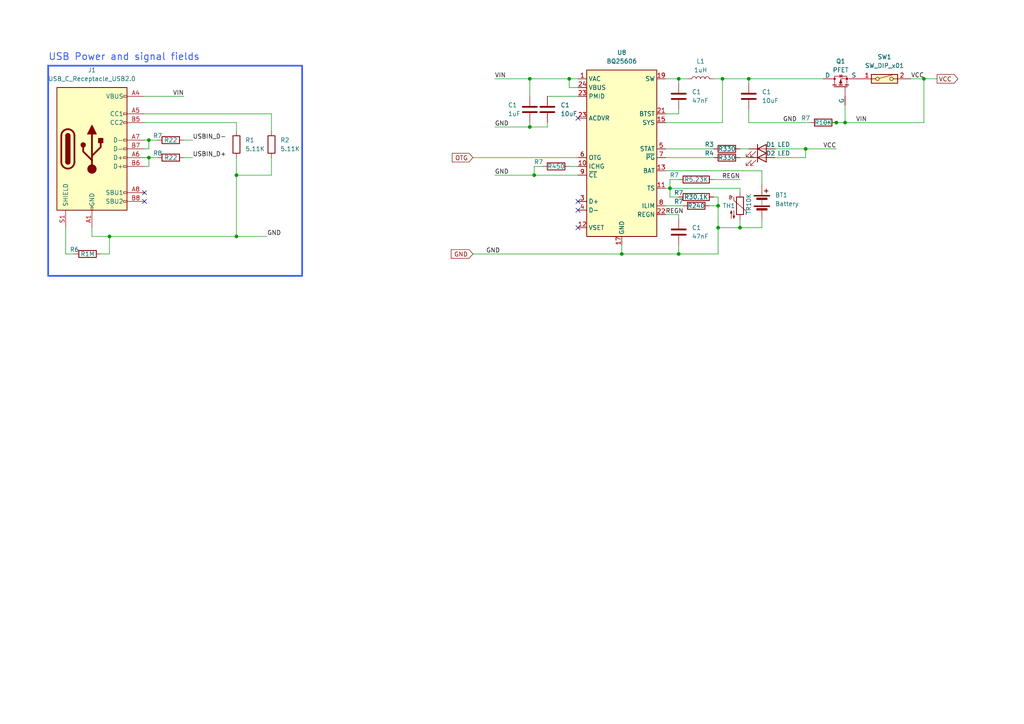
<source format=kicad_sch>
(kicad_sch (version 20230121) (generator eeschema)
  (paper "A4")
  (lib_symbols
    (symbol "Battery_Management:BQ25601"
      (property "Reference" "U8" (at 0 30.48 0))
      (property "Value" "BQ25606" (at 0 27.94 0))
      (symbol "BQ25601_0_1"
        (rectangle (start -10.16 25.4) (end 10.16 -22.86) (stroke (width 0.254)) (fill (type background)))
      )
      (symbol "BQ25601_1_1"
        (pin passive line (at -12.7 22.86 0) (length 2.54) (name "VAC") (number "1"))
        (pin open_collector line (at -12.7 -2.54 0) (length 2.54) (name "ICHG") (number "10"))
        (pin passive line (at 12.7 -8.89 180) (length 2.54) (name "TS") (number "11"))
        (pin passive line (at -12.7 -20.32 0) (length 2.54) (name "VSET") (number "12"))
        (pin power_in line (at 12.7 -3.81 180) (length 2.54) (name "BAT") (number "13"))
        (pin passive line (at 12.7 -3.81 180) (length 2.54) hide (name "BAT") (number "14"))
        (pin passive line (at 12.7 10.16 180) (length 2.54) (name "SYS") (number "15"))
        (pin passive line (at 12.7 10.16 180) (length 2.54) hide (name "SYS") (number "16"))
        (pin power_in line (at 0 -25.4 90) (length 2.54) (name "GND") (number "17"))
        (pin passive line (at 0 -25.4 90) (length 2.54) hide (name "GND") (number "18"))
        (pin passive line (at 12.7 22.86 180) (length 2.54) (name "SW") (number "19"))
        (pin passive line (at 12.7 22.86 180) (length 2.54) hide (name "SW") (number "20"))
        (pin input line (at 12.7 12.7 180) (length 2.54) (name "BTST") (number "21"))
        (pin passive line (at 12.7 -16.51 180) (length 2.54) (name "REGN") (number "22"))
        (pin passive line (at -12.7 11.43 0) (length 2.54) (name "ACDVR") (number "23"))
        (pin passive line (at -12.7 17.78 0) (length 2.54) (name "PMID") (number "23"))
        (pin passive line (at -12.7 20.32 0) (length 2.54) (name "VBUS") (number "24"))
        (pin passive line (at 0 -25.4 90) (length 2.54) hide (name "GND") (number "25"))
        (pin input line (at -12.7 -12.7 0) (length 2.54) (name "D+") (number "3"))
        (pin input line (at -12.7 -15.24 0) (length 2.54) (name "D-") (number "4"))
        (pin open_collector line (at 12.7 2.54 180) (length 2.54) (name "STAT") (number "5"))
        (pin input line (at -12.7 0 0) (length 2.54) (name "OTG") (number "6"))
        (pin open_collector line (at 12.7 0 180) (length 2.54) (name "~{PG}") (number "7"))
        (pin passive line (at 12.7 -13.97 180) (length 2.54) (name "ILIM") (number "8"))
        (pin input line (at -12.7 -5.08 0) (length 2.54) (name "~{CE}") (number "9"))
      )
    )
    (symbol "Connector:USB_C_Receptacle_USB2.0" (pin_names (offset 1.016))
      (property "Reference" "J" (at -10.16 19.05 0))
      (property "Value" "USB_C_Receptacle_USB2.0" (at 19.05 19.05 0))
      (symbol "USB_C_Receptacle_USB2.0_0_0"
        (rectangle (start -0.254 -17.78) (end 0.254 -16.764))
        (rectangle (start 10.16 -14.986) (end 9.144 -15.494))
        (rectangle (start 10.16 -12.446) (end 9.144 -12.954))
        (rectangle (start 10.16 -4.826) (end 9.144 -5.334))
        (rectangle (start 10.16 -2.286) (end 9.144 -2.794))
        (rectangle (start 10.16 0.254) (end 9.144 -0.254))
        (rectangle (start 10.16 2.794) (end 9.144 2.286))
        (rectangle (start 10.16 7.874) (end 9.144 7.366))
        (rectangle (start 10.16 10.414) (end 9.144 9.906))
        (rectangle (start 10.16 15.494) (end 9.144 14.986))
      )
      (symbol "USB_C_Receptacle_USB2.0_0_1"
        (rectangle (start -10.16 17.78) (end 10.16 -17.78) (stroke (width 0.254)) (fill (type background)))
        (arc (start -8.89 -3.81) (mid -6.985 -5.7067) (end -5.08 -3.81) (stroke (width 0.508)))
        (arc (start -7.62 -3.81) (mid -6.985 -4.4423) (end -6.35 -3.81) (stroke (width 0.254)))
        (arc (start -7.62 -3.81) (mid -6.985 -4.4423) (end -6.35 -3.81) (stroke (width 0.254)) (fill (type outline)))
        (rectangle (start -7.62 -3.81) (end -6.35 3.81) (stroke (width 0.254)) (fill (type outline)))
        (arc (start -6.35 3.81) (mid -6.985 4.4423) (end -7.62 3.81) (stroke (width 0.254)))
        (arc (start -6.35 3.81) (mid -6.985 4.4423) (end -7.62 3.81) (stroke (width 0.254)) (fill (type outline)))
        (arc (start -5.08 3.81) (mid -6.985 5.7067) (end -8.89 3.81) (stroke (width 0.508)))
        (circle (center -2.54 1.143) (radius 0.635) (stroke (width 0.254)) (fill (type outline)))
        (circle (center 0 -5.842) (radius 1.27) (fill (type outline)))
        (polyline (pts (xy -8.89 -3.81) (xy -8.89 3.81)) (stroke (width 0.508)))
        (polyline (pts (xy -5.08 3.81) (xy -5.08 -3.81)) (stroke (width 0.508)))
        (polyline (pts (xy 0 -5.842) (xy 0 4.318)) (stroke (width 0.508)))
        (polyline (pts (xy 0 -3.302) (xy -2.54 -0.762) (xy -2.54 0.508)) (stroke (width 0.508)))
        (polyline (pts (xy 0 -2.032) (xy 2.54 0.508) (xy 2.54 1.778)) (stroke (width 0.508)))
        (polyline (pts (xy -1.27 4.318) (xy 0 6.858) (xy 1.27 4.318) (xy -1.27 4.318)) (stroke (width 0.254)) (fill (type outline)))
        (rectangle (start 1.905 1.778) (end 3.175 3.048) (stroke (width 0.254)) (fill (type outline)))
      )
      (symbol "USB_C_Receptacle_USB2.0_1_1"
        (pin passive line (at 0 -22.86 90) (length 5.08) (name "GND") (number "A1"))
        (pin passive line (at 0 -22.86 90) (length 5.08) hide (name "GND") (number "A12"))
        (pin passive line (at 15.24 15.24 180) (length 5.08) (name "VBUS") (number "A4"))
        (pin bidirectional line (at 15.24 10.16 180) (length 5.08) (name "CC1") (number "A5"))
        (pin bidirectional line (at 15.24 -2.54 180) (length 5.08) (name "D+") (number "A6"))
        (pin bidirectional line (at 15.24 2.54 180) (length 5.08) (name "D-") (number "A7"))
        (pin bidirectional line (at 15.24 -12.7 180) (length 5.08) (name "SBU1") (number "A8"))
        (pin passive line (at 15.24 15.24 180) (length 5.08) hide (name "VBUS") (number "A9"))
        (pin passive line (at 0 -22.86 90) (length 5.08) hide (name "GND") (number "B1"))
        (pin passive line (at 0 -22.86 90) (length 5.08) hide (name "GND") (number "B12"))
        (pin passive line (at 15.24 15.24 180) (length 5.08) hide (name "VBUS") (number "B4"))
        (pin bidirectional line (at 15.24 7.62 180) (length 5.08) (name "CC2") (number "B5"))
        (pin bidirectional line (at 15.24 -5.08 180) (length 5.08) (name "D+") (number "B6"))
        (pin bidirectional line (at 15.24 0 180) (length 5.08) (name "D-") (number "B7"))
        (pin bidirectional line (at 15.24 -15.24 180) (length 5.08) (name "SBU2") (number "B8"))
        (pin passive line (at 15.24 15.24 180) (length 5.08) hide (name "VBUS") (number "B9"))
        (pin passive line (at -7.62 -22.86 90) (length 5.08) (name "SHIELD") (number "S1"))
      )
    )
    (symbol "Device:Battery" (pin_numbers hide) (pin_names (offset 0) hide)
      (property "Reference" "BT" (at 2.54 2.54 0))
      (property "Value" "Battery" (at 2.54 0 0))
      (symbol "Battery_0_1"
        (rectangle (start -2.286 -1.27) (end 2.286 -1.524) (fill (type outline)))
        (rectangle (start -2.286 1.778) (end 2.286 1.524) (fill (type outline)))
        (rectangle (start -1.524 -2.032) (end 1.524 -2.54) (fill (type outline)))
        (rectangle (start -1.524 1.016) (end 1.524 0.508) (fill (type outline)))
        (polyline (pts (xy 0 -1.016) (xy 0 -0.762)))
        (polyline (pts (xy 0 -0.508) (xy 0 -0.254)))
        (polyline (pts (xy 0 0) (xy 0 0.254)))
        (polyline (pts (xy 0 1.778) (xy 0 2.54)))
        (polyline (pts (xy 0.762 3.048) (xy 1.778 3.048)) (stroke (width 0.254)))
        (polyline (pts (xy 1.27 3.556) (xy 1.27 2.54)) (stroke (width 0.254)))
      )
      (symbol "Battery_1_1"
        (pin passive line (at 0 5.08 270) (length 2.54) (name "+") (number "1"))
        (pin passive line (at 0 -5.08 90) (length 2.54) (name "-") (number "2"))
      )
    )
    (symbol "Device:C" (pin_numbers hide) (pin_names (offset 0.254))
      (property "Reference" "C" (at 0.635 2.54 0))
      (property "Value" "C" (at 0.635 -2.54 0))
      (symbol "C_0_1"
        (polyline (pts (xy -2.032 -0.762) (xy 2.032 -0.762)) (stroke (width 0.508)))
        (polyline (pts (xy -2.032 0.762) (xy 2.032 0.762)) (stroke (width 0.508)))
      )
      (symbol "C_1_1"
        (pin passive line (at 0 3.81 270) (length 2.794) (name "~") (number "1"))
        (pin passive line (at 0 -3.81 90) (length 2.794) (name "~") (number "2"))
      )
    )
    (symbol "Device:L" (pin_numbers hide) (pin_names (offset 1.016) hide)
      (property "Reference" "L" (at -1.27 0 90))
      (property "Value" "L" (at 1.905 0 90))
      (symbol "L_0_1"
        (arc (start 0 -2.54) (mid 0.6323 -1.905) (end 0 -1.27))
        (arc (start 0 -1.27) (mid 0.6323 -0.635) (end 0 0))
        (arc (start 0 0) (mid 0.6323 0.635) (end 0 1.27))
        (arc (start 0 1.27) (mid 0.6323 1.905) (end 0 2.54))
      )
      (symbol "L_1_1"
        (pin passive line (at 0 3.81 270) (length 1.27) (name "1") (number "1"))
        (pin passive line (at 0 -3.81 90) (length 1.27) (name "2") (number "2"))
      )
    )
    (symbol "Device:LED" (pin_numbers hide) (pin_names (offset 1.016) hide)
      (property "Reference" "D" (at 0 2.54 0))
      (property "Value" "LED" (at 0 -2.54 0))
      (symbol "LED_0_1"
        (polyline (pts (xy -1.27 -1.27) (xy -1.27 1.27)) (stroke (width 0.254)))
        (polyline (pts (xy -1.27 0) (xy 1.27 0)))
        (polyline (pts (xy 1.27 -1.27) (xy 1.27 1.27) (xy -1.27 0) (xy 1.27 -1.27)) (stroke (width 0.254)))
        (polyline (pts (xy -3.048 -0.762) (xy -4.572 -2.286) (xy -3.81 -2.286) (xy -4.572 -2.286) (xy -4.572 -1.524)))
        (polyline (pts (xy -1.778 -0.762) (xy -3.302 -2.286) (xy -2.54 -2.286) (xy -3.302 -2.286) (xy -3.302 -1.524)))
      )
      (symbol "LED_1_1"
        (pin passive line (at -3.81 0 0) (length 2.54) (name "K") (number "1"))
        (pin passive line (at 3.81 0 180) (length 2.54) (name "A") (number "2"))
      )
    )
    (symbol "Device:R" (pin_numbers hide) (pin_names (offset 0))
      (property "Reference" "R" (at 2.032 0 90))
      (property "Value" "R" (at 0 0 90))
      (symbol "R_0_1"
        (rectangle (start -1.016 -2.54) (end 1.016 2.54) (stroke (width 0.254)))
      )
      (symbol "R_1_1"
        (pin passive line (at 0 3.81 270) (length 1.27) (name "~") (number "1"))
        (pin passive line (at 0 -3.81 90) (length 1.27) (name "~") (number "2"))
      )
    )
    (symbol "Device:Thermistor_NTC" (pin_numbers hide) (pin_names (offset 0))
      (property "Reference" "TH" (at -4.445 0 90))
      (property "Value" "Thermistor_NTC" (at 3.175 0 90))
      (symbol "Thermistor_NTC_0_1"
        (arc (start -3.048 2.159) (mid -3.0495 2.3143) (end -3.175 2.413))
        (arc (start -3.048 2.159) (mid -2.9736 1.9794) (end -2.794 1.905))
        (arc (start -3.048 2.794) (mid -2.9736 2.6144) (end -2.794 2.54))
        (arc (start -2.794 1.905) (mid -2.6144 1.9794) (end -2.54 2.159))
        (arc (start -2.794 2.54) (mid -2.4393 2.5587) (end -2.159 2.794))
        (arc (start -2.794 3.048) (mid -2.9736 2.9736) (end -3.048 2.794))
        (arc (start -2.54 2.794) (mid -2.6144 2.9736) (end -2.794 3.048))
        (rectangle (start -1.016 2.54) (end 1.016 -2.54) (stroke (width 0.254)))
        (polyline (pts (xy -2.54 2.159) (xy -2.54 2.794)))
        (polyline (pts (xy -1.778 2.54) (xy -1.778 1.524) (xy 1.778 -1.524) (xy 1.778 -2.54)))
        (polyline (pts (xy -2.54 -3.683) (xy -2.54 -1.397) (xy -2.794 -2.159) (xy -2.286 -2.159) (xy -2.54 -1.397) (xy -2.54 -1.651)) (fill (type outline)))
        (polyline (pts (xy -1.778 -1.397) (xy -1.778 -3.683) (xy -2.032 -2.921) (xy -1.524 -2.921) (xy -1.778 -3.683) (xy -1.778 -3.429)) (fill (type outline)))
      )
      (symbol "Thermistor_NTC_1_1"
        (pin passive line (at 0 3.81 270) (length 1.27) (name "~") (number "1"))
        (pin passive line (at 0 -3.81 90) (length 1.27) (name "~") (number "2"))
      )
    )
    (symbol "R_1" (pin_numbers hide) (pin_names (offset 0))
      (property "Reference" "R50" (at 1.27 6.35 90))
      (property "Value" "R5.23K" (at 0 0 90))
      (symbol "R_1_0_1"
        (rectangle (start -1.016 3.81) (end 1.016 -3.81) (stroke (width 0.254)))
      )
      (symbol "R_1_1_1"
        (pin passive line (at 0 5.08 270) (length 1.27) (name "~") (number "1"))
        (pin passive line (at 0 -5.08 90) (length 1.27) (name "~") (number "2"))
      )
    )
    (symbol "Simulation_SPICE:PMOS" (pin_numbers hide) (pin_names (offset 0))
      (property "Reference" "Q1" (at 8.89 0 90))
      (property "Value" "PFET" (at 6.35 0 90))
      (symbol "PMOS_0_1"
        (polyline (pts (xy 0.254 -1.27) (xy -2.54 -1.27)))
        (polyline (pts (xy 0.254 1.905) (xy 0.254 -1.905)) (stroke (width 0.254)))
        (polyline (pts (xy 0.762 -1.27) (xy 0.762 -2.286)) (stroke (width 0.254)))
        (polyline (pts (xy 0.762 0.508) (xy 0.762 -0.508)) (stroke (width 0.254)))
        (polyline (pts (xy 0.762 2.286) (xy 0.762 1.27)) (stroke (width 0.254)))
        (polyline (pts (xy 2.54 2.54) (xy 2.54 1.778)))
        (polyline (pts (xy 2.54 -2.54) (xy 2.54 0) (xy 0.762 0)))
        (polyline (pts (xy 0.762 1.778) (xy 3.302 1.778) (xy 3.302 -1.778) (xy 0.762 -1.778)))
        (polyline (pts (xy 2.286 0) (xy 1.27 0.381) (xy 1.27 -0.381) (xy 2.286 0)) (fill (type outline)))
        (polyline (pts (xy 2.794 -0.508) (xy 2.921 -0.381) (xy 3.683 -0.381) (xy 3.81 -0.254)))
        (polyline (pts (xy 3.302 -0.381) (xy 2.921 0.254) (xy 3.683 0.254) (xy 3.302 -0.381)))
        (circle (center 2.54 -1.778) (radius 0.254) (fill (type outline)))
        (circle (center 2.54 1.778) (radius 0.254) (fill (type outline)))
      )
      (symbol "PMOS_1_1"
        (pin passive line (at 2.54 5.08 270) (length 2.54) (name "D") (number "1"))
        (pin input line (at -5.08 -1.27 0) (length 2.54) (name "G") (number "2"))
        (pin passive line (at 2.54 -5.08 90) (length 2.54) (name "S") (number "3"))
      )
    )
    (symbol "Switch:SW_DIP_x01" (pin_names (offset 0) hide)
      (property "Reference" "SW1" (at 0 6.35 0))
      (property "Value" "SW_DIP_x01" (at 0 3.81 0))
      (symbol "SW_DIP_x01_0_0"
        (circle (center -2.032 0) (radius 0.508))
        (polyline (pts (xy -1.524 0.127) (xy 2.3622 1.1684)))
        (circle (center 2.032 0) (radius 0.508))
      )
      (symbol "SW_DIP_x01_0_1"
        (rectangle (start -3.81 1.27) (end 3.81 -1.27) (stroke (width 0.254)) (fill (type background)))
      )
      (symbol "SW_DIP_x01_1_1"
        (pin passive line (at -7.62 0 0) (length 5.08) (name "~") (number "1"))
        (pin passive line (at 7.62 0 180) (length 5.08) (name "~") (number "2"))
      )
    )
  )
  (junction (at 31.75 68.58))
  (junction (at 214.63 66.04))
  (junction (at 196.85 22.86))
  (junction (at 165.1 22.86))
  (junction (at 180.34 73.66))
  (junction (at 242.57 35.56))
  (junction (at 153.67 36.83))
  (junction (at 153.67 22.86))
  (junction (at 208.28 66.04))
  (junction (at 208.28 59.69))
  (junction (at 43.18 40.64))
  (junction (at 196.85 73.66))
  (junction (at 233.68 43.18))
  (junction (at 267.97 22.86))
  (junction (at 68.58 68.58))
  (junction (at 209.55 22.86))
  (junction (at 154.94 50.8))
  (junction (at 245.11 35.56))
  (junction (at 68.58 50.8))
  (junction (at 194.31 54.61))
  (junction (at 217.17 22.86))
  (junction (at 43.18 45.72))
  (no_connect (at 41.91 55.88))
  (no_connect (at 167.64 60.96))
  (no_connect (at 167.64 58.42))
  (no_connect (at 167.64 34.29))
  (no_connect (at 167.64 66.04))
  (no_connect (at 41.91 58.42))
  (wire (pts (xy 193.04 49.53) (xy 220.98 49.53)))
  (wire (pts (xy 165.1 48.26) (xy 167.64 48.26)))
  (wire (pts (xy 143.51 50.8) (xy 154.94 50.8)))
  (wire (pts (xy 207.01 52.07) (xy 214.63 52.07)))
  (wire (pts (xy 208.28 57.15) (xy 208.28 59.69)))
  (wire (pts (xy 167.64 25.4) (xy 165.1 25.4)))
  (wire (pts (xy 245.11 35.56) (xy 267.97 35.56)))
  (wire (pts (xy 137.16 45.72) (xy 167.64 45.72)))
  (wire (pts (xy 217.17 35.56) (xy 234.95 35.56)))
  (wire (pts (xy 19.05 73.66) (xy 21.59 73.66)))
  (wire (pts (xy 193.04 62.23) (xy 196.85 62.23)))
  (wire (pts (xy 167.64 27.94) (xy 158.75 27.94)))
  (wire (pts (xy 267.97 35.56) (xy 267.97 22.86)))
  (wire (pts (xy 41.91 48.26) (xy 43.18 48.26)))
  (wire (pts (xy 196.85 63.5) (xy 196.85 62.23)))
  (wire (pts (xy 68.58 35.56) (xy 68.58 38.1)))
  (wire (pts (xy 43.18 45.72) (xy 45.72 45.72)))
  (wire (pts (xy 158.75 35.56) (xy 158.75 36.83)))
  (wire (pts (xy 207.01 22.86) (xy 209.55 22.86)))
  (wire (pts (xy 194.31 57.15) (xy 194.31 54.61)))
  (wire (pts (xy 196.85 57.15) (xy 194.31 57.15)))
  (wire (pts (xy 41.91 45.72) (xy 43.18 45.72)))
  (wire (pts (xy 194.31 54.61) (xy 214.63 54.61)))
  (wire (pts (xy 220.98 49.53) (xy 220.98 53.34)))
  (wire (pts (xy 245.11 30.48) (xy 245.11 35.56)))
  (wire (pts (xy 214.63 66.04) (xy 208.28 66.04)))
  (wire (pts (xy 196.85 71.12) (xy 196.85 73.66)))
  (wire (pts (xy 153.67 36.83) (xy 158.75 36.83)))
  (wire (pts (xy 29.21 73.66) (xy 31.75 73.66)))
  (wire (pts (xy 209.55 35.56) (xy 209.55 22.86)))
  (wire (pts (xy 193.04 43.18) (xy 207.01 43.18)))
  (wire (pts (xy 153.67 22.86) (xy 153.67 27.94)))
  (wire (pts (xy 214.63 45.72) (xy 217.17 45.72)))
  (wire (pts (xy 153.67 22.86) (xy 165.1 22.86)))
  (wire (pts (xy 41.91 35.56) (xy 68.58 35.56)))
  (wire (pts (xy 214.63 63.5) (xy 214.63 66.04)))
  (wire (pts (xy 31.75 73.66) (xy 31.75 68.58)))
  (wire (pts (xy 78.74 45.72) (xy 78.74 50.8)))
  (wire (pts (xy 154.94 48.26) (xy 154.94 50.8)))
  (wire (pts (xy 41.91 40.64) (xy 43.18 40.64)))
  (wire (pts (xy 68.58 68.58) (xy 77.47 68.58)))
  (wire (pts (xy 180.34 73.66) (xy 196.85 73.66)))
  (wire (pts (xy 31.75 68.58) (xy 68.58 68.58)))
  (wire (pts (xy 53.34 45.72) (xy 55.88 45.72)))
  (wire (pts (xy 180.34 71.12) (xy 180.34 73.66)))
  (wire (pts (xy 193.04 35.56) (xy 209.55 35.56)))
  (wire (pts (xy 233.68 45.72) (xy 233.68 43.18)))
  (wire (pts (xy 196.85 52.07) (xy 194.31 52.07)))
  (wire (pts (xy 68.58 50.8) (xy 68.58 68.58)))
  (wire (pts (xy 26.67 66.04) (xy 26.67 68.58)))
  (wire (pts (xy 19.05 66.04) (xy 19.05 73.66)))
  (wire (pts (xy 143.51 36.83) (xy 153.67 36.83)))
  (wire (pts (xy 53.34 40.64) (xy 55.88 40.64)))
  (wire (pts (xy 196.85 22.86) (xy 199.39 22.86)))
  (wire (pts (xy 220.98 63.5) (xy 220.98 66.04)))
  (wire (pts (xy 193.04 22.86) (xy 196.85 22.86)))
  (wire (pts (xy 196.85 24.13) (xy 196.85 22.86)))
  (wire (pts (xy 137.16 73.66) (xy 180.34 73.66)))
  (wire (pts (xy 41.91 43.18) (xy 43.18 43.18)))
  (wire (pts (xy 242.57 35.56) (xy 245.11 35.56)))
  (wire (pts (xy 217.17 22.86) (xy 238.76 22.86)))
  (wire (pts (xy 193.04 33.02) (xy 196.85 33.02)))
  (wire (pts (xy 217.17 24.13) (xy 217.17 22.86)))
  (wire (pts (xy 233.68 43.18) (xy 242.57 43.18)))
  (wire (pts (xy 209.55 22.86) (xy 217.17 22.86)))
  (wire (pts (xy 153.67 35.56) (xy 153.67 36.83)))
  (wire (pts (xy 143.51 22.86) (xy 153.67 22.86)))
  (wire (pts (xy 208.28 73.66) (xy 196.85 73.66)))
  (wire (pts (xy 165.1 22.86) (xy 167.64 22.86)))
  (wire (pts (xy 68.58 45.72) (xy 68.58 50.8)))
  (wire (pts (xy 214.63 54.61) (xy 214.63 55.88)))
  (wire (pts (xy 196.85 33.02) (xy 196.85 31.75)))
  (wire (pts (xy 193.04 45.72) (xy 207.01 45.72)))
  (wire (pts (xy 154.94 50.8) (xy 167.64 50.8)))
  (wire (pts (xy 78.74 33.02) (xy 78.74 38.1)))
  (wire (pts (xy 165.1 25.4) (xy 165.1 22.86)))
  (wire (pts (xy 242.57 35.56) (xy 238.76 35.56)))
  (wire (pts (xy 43.18 43.18) (xy 43.18 40.64)))
  (wire (pts (xy 43.18 48.26) (xy 43.18 45.72)))
  (wire (pts (xy 224.79 45.72) (xy 233.68 45.72)))
  (wire (pts (xy 41.91 27.94) (xy 53.34 27.94)))
  (wire (pts (xy 205.74 59.69) (xy 208.28 59.69)))
  (wire (pts (xy 26.67 68.58) (xy 31.75 68.58)))
  (wire (pts (xy 208.28 59.69) (xy 208.28 66.04)))
  (wire (pts (xy 208.28 66.04) (xy 208.28 73.66)))
  (wire (pts (xy 220.98 66.04) (xy 214.63 66.04)))
  (wire (pts (xy 264.16 22.86) (xy 267.97 22.86)))
  (wire (pts (xy 157.48 48.26) (xy 154.94 48.26)))
  (wire (pts (xy 78.74 50.8) (xy 68.58 50.8)))
  (wire (pts (xy 207.01 57.15) (xy 208.28 57.15)))
  (wire (pts (xy 193.04 59.69) (xy 198.12 59.69)))
  (wire (pts (xy 194.31 52.07) (xy 194.31 54.61)))
  (wire (pts (xy 224.79 43.18) (xy 233.68 43.18)))
  (wire (pts (xy 214.63 43.18) (xy 217.17 43.18)))
  (wire (pts (xy 41.91 33.02) (xy 78.74 33.02)))
  (wire (pts (xy 217.17 31.75) (xy 217.17 35.56)))
  (wire (pts (xy 43.18 40.64) (xy 45.72 40.64)))
  (wire (pts (xy 193.04 54.61) (xy 194.31 54.61)))
  (wire (pts (xy 267.97 22.86) (xy 271.78 22.86)))
  (rectangle (start 13.97 19.05) (end 87.63 80.01) (stroke (width 0.5) (color 59 93 255 1)))
  (text "USB Power and signal fields" (at 13.97 17.78 0) (effects (font (size 2 2) (thickness 0.254) bold) (justify left bottom)))
  (label "GND" (at 77.47 68.58 0))
  (label "REGN" (at 214.63 52.07 180))
  (label "USBIN_D-" (at 55.88 40.64 0))
  (label "VCC" (at 242.57 43.18 180))
  (label "VIN" (at 53.34 27.94 180))
  (label "GND" (at 143.51 50.8 0))
  (label "VIN" (at 251.46 35.56 180))
  (label "VIN" (at 143.51 22.86 0))
  (label "GND" (at 140.97 73.66 0))
  (label "GND" (at 231.14 35.56 180))
  (label "USBIN_D+" (at 55.88 45.72 0))
  (label "VCC" (at 264.218 22.86 0))
  (label "REGN" (at 193.04 62.23 0))
  (label "GND" (at 143.51 36.83 0))
  (global_label "VCC" (shape output) (at 271.78 22.86 0) (property "Intersheetrefs" "${INTERSHEET_REFS}" (effects hide)))
  (global_label "GND" (shape input) (at 137.16 73.66 180) (property "Intersheetrefs" "${INTERSHEET_REFS}" (effects hide)))
  (global_label "OTG" (shape input) (at 137.16 45.72 180) (property "Intersheetrefs" "${INTERSHEET_REFS}" (effects hide)))
  (symbol (lib_id "Switch:SW_DIP_x01") (at 256.54 22.86 0) (unit 1)
    (property "Reference" "SW1" (at 256.54 16.51 0))
    (property "Value" "SW_DIP_x01" (at 256.54 19.05 0))
  )
  (symbol (lib_id "Battery_Management:BQ25601") (at 180.34 45.72 0) (unit 1)
    (property "Reference" "U8" (at 180.34 15.24 0))
    (property "Value" "BQ25606" (at 180.34 17.78 0))
    (property "Footprint" "Package_DFN_QFN:Texas_S-PWQFN-N24_EP2.7x2.7mm_ThermalVias" (effects hide))
    (property "Datasheet" "http://www.ti.com/lit/ds/symlink/bq25601.pdf" (effects hide))
  )
  (symbol (lib_id "Device:R") (at 161.29 48.26 90) (unit 1)
    (property "Reference" "R7" (at 156.21 46.99 90))
    (property "Value" "R450" (at 161.29 48.26 90))
    (property "Footprint" "Resistor_SMD:R_0402_1005Metric" (effects hide))
    (instances (project "keyboard" (path "" (reference "R7") (unit 1)) (path "" (reference "R39") (unit 1)) (path "" (reference "R46") (unit 1))))
  )
  (symbol (lib_id "Device:R") (at 68.58 41.91 0) (unit 1)
    (property "Reference" "R1" (at 71.12 40.64 0) (effects (justify left)))
    (property "Value" "5.11K" (at 71.12 43.18 0) (effects (justify left)))
    (property "Footprint" "Resistor_SMD:R_0402_1005Metric" (effects hide))
  )
  (symbol (lib_id "Device:LED") (at 220.98 45.72 0) (unit 1)
    (property "Reference" "D2" (at 223.52 44.45 0))
    (property "Value" "LED" (at 227.33 44.45 0))
    (property "Footprint" "LED_THT:LED_D3.0mm_Clear" (effects hide))
    (instances (project "keyboard" (path "" (reference "D2") (unit 1)) (path "" (reference "D5") (unit 1))))
  )
  (symbol (lib_id "Simulation_SPICE:PMOS") (at 243.84 25.4 90) (unit 1)
    (property "Reference" "Q1" (at 243.84 17.78 90))
    (property "Value" "PFET" (at 243.84 20.32 90))
    (property "Datasheet" "https://ngspice.sourceforge.io/docs/ngspice-manual.pdf" (effects hide))
    (property "Sim.Device" "PMOS" (effects hide))
    (property "Sim.Type" "VDMOS" (effects hide))
    (property "Sim.Pins" "1=D 2=G 3=S" (effects hide))
  )
  (symbol (lib_id "Device:Battery") (at 220.98 58.42 0) (unit 1)
    (property "Reference" "BT1" (at 224.79 56.5785 0) (effects (justify left)))
    (property "Value" "Battery" (at 224.79 59.1185 0) (effects (justify left)))
  )
  (symbol (lib_id "Device:R") (at 25.4 73.66 90) (unit 1)
    (property "Reference" "R6" (at 21.59 72.39 90))
    (property "Value" "R1M" (at 25.4 73.66 90))
    (property "Footprint" "Resistor_SMD:R_0603_1608Metric" (effects hide))
  )
  (symbol (lib_id "Device:R") (at 49.53 45.72 90) (unit 1)
    (property "Reference" "R8" (at 45.72 44.45 90))
    (property "Value" "R22" (at 49.53 45.72 90))
    (property "Footprint" "Resistor_SMD:R_0402_1005Metric" (effects hide))
  )
  (symbol (lib_id "Device:Thermistor_NTC") (at 214.63 59.69 0) (unit 1)
    (property "Reference" "TH1" (at 209.55 59.69 0) (effects (justify left)))
    (property "Value" "TR10K" (at 217.17 62.23 90) (effects (justify left)))
  )
  (symbol (lib_name "R_1") (lib_id "Device:R") (at 201.93 52.07 90) (unit 1)
    (property "Reference" "R7" (at 195.58 50.8 90))
    (property "Value" "R5.23K" (at 201.93 52.07 90))
    (property "Footprint" "Resistor_SMD:R_0402_1005Metric" (effects hide))
    (instances (project "keyboard" (path "" (reference "R7") (unit 1)) (path "" (reference "R39") (unit 1)) (path "" (reference "R50") (unit 1))))
  )
  (symbol (lib_id "Device:R") (at 210.82 45.72 90) (unit 1)
    (property "Reference" "R4" (at 205.74 44.45 90))
    (property "Value" "R330" (at 210.82 45.72 90))
    (property "Footprint" "Resistor_SMD:R_0402_1005Metric" (effects hide))
    (instances (project "keyboard" (path "" (reference "R4") (unit 1)) (path "" (reference "R48") (unit 1))))
  )
  (symbol (lib_id "Device:C") (at 196.85 67.31 0) (unit 1)
    (property "Reference" "C1" (at 200.66 66.04 0) (effects (justify left)))
    (property "Value" "47nF" (at 200.66 68.58 0) (effects (justify left)))
    (property "Footprint" "Capacitor_SMD:C_0402_1005Metric" (effects hide))
    (instances (project "keyboard" (path "" (reference "C1") (unit 1)) (path "" (reference "C34") (unit 1)) (path "" (reference "C39") (unit 1))))
  )
  (symbol (lib_id "Device:L") (at 203.2 22.86 90) (unit 1)
    (property "Reference" "L1" (at 203.2 17.78 90))
    (property "Value" "1uH" (at 203.2 20.32 90))
    (property "Footprint" "Inductor_SMD:L_0805_2012Metric" (effects hide))
    (instances (project "keyboard" (path "" (reference "L1") (unit 1)) (path "" (reference "L2") (unit 1))))
  )
  (symbol (lib_id "Device:C") (at 196.85 27.94 0) (unit 1)
    (property "Reference" "C1" (at 200.66 26.67 0) (effects (justify left)))
    (property "Value" "47nF" (at 200.66 29.21 0) (effects (justify left)))
    (property "Footprint" "Capacitor_SMD:C_0402_1005Metric" (effects hide))
    (instances (project "keyboard" (path "" (reference "C1") (unit 1)) (path "" (reference "C34") (unit 1)) (path "" (reference "C37") (unit 1))))
  )
  (symbol (lib_id "Device:R") (at 78.74 41.91 0) (unit 1)
    (property "Reference" "R2" (at 81.28 40.64 0) (effects (justify left)))
    (property "Value" "5.11K" (at 81.28 43.18 0) (effects (justify left)))
    (property "Footprint" "Resistor_SMD:R_0402_1005Metric" (effects hide))
  )
  (symbol (lib_id "Device:R") (at 210.82 43.18 90) (unit 1)
    (property "Reference" "R3" (at 205.74 41.91 90))
    (property "Value" "R330" (at 210.82 43.18 90))
    (property "Footprint" "Resistor_SMD:R_0402_1005Metric" (effects hide))
    (instances (project "keyboard" (path "" (reference "R3") (unit 1)) (path "" (reference "R47") (unit 1))))
  )
  (symbol (lib_id "Device:R") (at 49.53 40.64 90) (unit 1)
    (property "Reference" "R7" (at 45.72 39.37 90))
    (property "Value" "R22" (at 49.53 40.64 90))
    (property "Footprint" "Resistor_SMD:R_0402_1005Metric" (effects hide))
  )
  (symbol (lib_id "Device:C") (at 158.75 31.75 0) (unit 1)
    (property "Reference" "C1" (at 162.56 30.48 0) (effects (justify left)))
    (property "Value" "10uF" (at 162.56 33.02 0) (effects (justify left)))
    (property "Footprint" "Capacitor_SMD:C_0402_1005Metric" (effects hide))
    (instances (project "keyboard" (path "" (reference "C1") (unit 1)) (path "" (reference "C34") (unit 1)) (path "" (reference "C36") (unit 1))))
  )
  (symbol (lib_id "Device:LED") (at 220.98 43.18 0) (unit 1)
    (property "Reference" "D1" (at 223.52 41.91 0))
    (property "Value" "LED" (at 227.33 41.91 0))
    (property "Footprint" "LED_THT:LED_D3.0mm_Clear" (effects hide))
    (instances (project "keyboard" (path "" (reference "D1") (unit 1)) (path "" (reference "D4") (unit 1))))
  )
  (symbol (lib_id "Device:C") (at 217.17 27.94 0) (unit 1)
    (property "Reference" "C1" (at 220.98 26.67 0) (effects (justify left)))
    (property "Value" "10uF" (at 220.98 29.21 0) (effects (justify left)))
    (property "Footprint" "Capacitor_SMD:C_0402_1005Metric" (effects hide))
    (instances (project "keyboard" (path "" (reference "C1") (unit 1)) (path "" (reference "C34") (unit 1)) (path "" (reference "C38") (unit 1))))
  )
  (symbol (lib_id "Device:C") (at 153.67 31.75 0) (unit 1)
    (property "Reference" "C1" (at 147.32 30.48 0) (effects (justify left)))
    (property "Value" "1uF" (at 147.32 33.02 0) (effects (justify left)))
    (property "Footprint" "Capacitor_SMD:C_0402_1005Metric" (effects hide))
    (instances (project "keyboard" (path "" (reference "C1") (unit 1)) (path "" (reference "C34") (unit 1)) (path "" (reference "C35") (unit 1))))
  )
  (symbol (lib_id "Device:R") (at 238.76 35.56 90) (unit 1)
    (property "Reference" "R7" (at 233.68 34.29 90))
    (property "Value" "R10K" (at 238.76 35.56 90))
    (property "Footprint" "Resistor_SMD:R_0402_1005Metric" (effects hide))
    (instances (project "keyboard" (path "" (reference "R7") (unit 1)) (path "" (reference "R39") (unit 1)) (path "" (reference "R51") (unit 1))))
  )
  (symbol (lib_id "Connector:USB_C_Receptacle_USB2.0") (at 26.67 43.18 0) (unit 1)
    (property "Reference" "J1" (at 26.67 20.32 0))
    (property "Value" "USB_C_Receptacle_USB2.0" (at 26.67 22.86 0))
    (property "Footprint" "Connector_USB:USB_C_Receptacle_G-Switch_GT-USB-7010ASV" (effects hide))
    (property "Datasheet" "https://www.usb.org/sites/default/files/documents/usb_type-c.zip" (effects hide))
  )
  (symbol (lib_id "Device:R") (at 201.93 59.69 90) (unit 1)
    (property "Reference" "R7" (at 196.85 58.42 90))
    (property "Value" "R240" (at 201.93 59.69 90))
    (property "Footprint" "Resistor_SMD:R_0402_1005Metric" (effects hide))
    (instances (project "keyboard" (path "" (reference "R7") (unit 1)) (path "" (reference "R39") (unit 1)) (path "" (reference "R49") (unit 1))))
  )
  (symbol (lib_name "R_1") (lib_id "Device:R") (at 201.93 57.15 90) (unit 1)
    (property "Reference" "R7" (at 196.85 55.88 90))
    (property "Value" "R30.1K" (at 201.93 57.15 90))
    (property "Footprint" "Resistor_SMD:R_0402_1005Metric" (effects hide))
    (instances (project "keyboard" (path "" (reference "R7") (unit 1)) (path "" (reference "R39") (unit 1)) (path "" (reference "R45") (unit 1))))
  )
)
</source>
